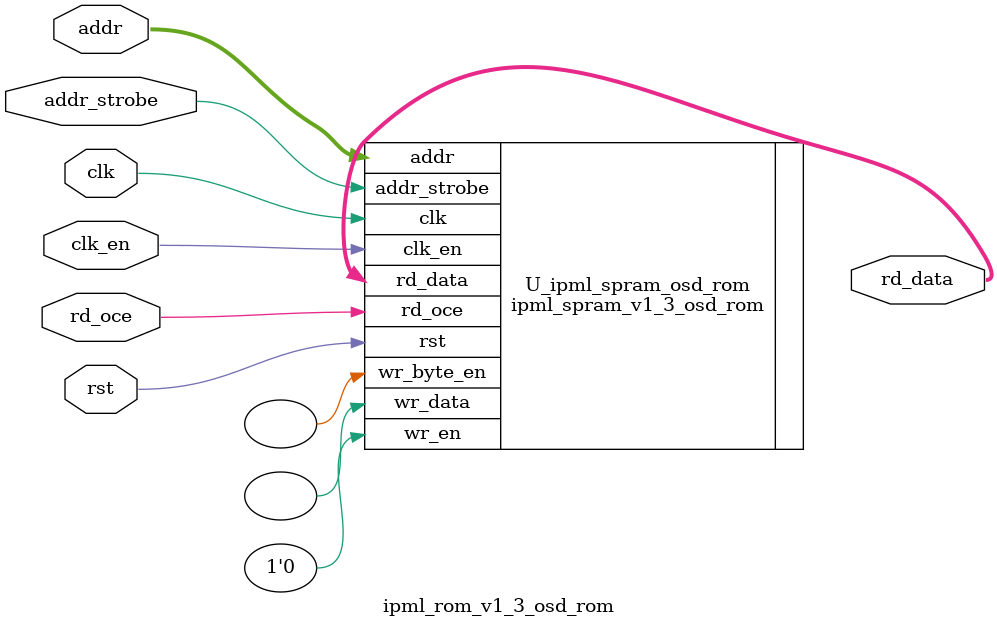
<source format=v>




module ipml_rom_v1_3_osd_rom
 #(
    parameter  c_SIM_DEVICE     = "LOGOS"      ,
    parameter  c_ADDR_WIDTH     = 10           ,           //write address width  legal value:1~20 
    parameter  c_DATA_WIDTH     = 32           ,           //write data width     legal value:8~1152
    parameter  c_OUTPUT_REG     = 0            ,           //output register      legal value:1~20
    parameter  c_RD_OCE_EN      = 0            ,
    parameter  c_CLK_EN         = 0            ,
    parameter  c_ADDR_STROBE_EN = 0            ,
    parameter  c_RESET_TYPE     = "ASYNC_RESET",           //ASYNC_RESET_SYNC_RELEASE SYNC_RESET legal valve "ASYNC_RESET_SYNC_RELEASE" "SYNC_RESET" "ASYNC_RESET"
    parameter  c_POWER_OPT      = 0            ,           //0 :normal mode  1:low power mode legal value:0 or 1
    parameter  c_CLK_OR_POL_INV = 0            ,           //clk polarity invert for output register   legal value 1 or 0           
    parameter  c_INIT_FILE      = "NONE"       ,           //legal value:"NONE" or "initial file name"
    parameter  c_INIT_FORMAT    = "BIN"                   //initial data format   legal valve: "bin" or "hex"
    
 )
  (
   
    input  wire [c_ADDR_WIDTH-1 : 0]  addr        ,
    output wire [c_DATA_WIDTH-1 : 0]  rd_data     ,
    input  wire                       clk         ,
    input  wire                       clk_en      ,
    input  wire                       addr_strobe ,
    input  wire                       rst         ,
    input  wire                       rd_oce       
  );

//**********************************************************************************************************************************************   
    
//main code
//*************************************************************************************************************************************
//inner variables

ipml_spram_v1_3_osd_rom
 #(
    .c_SIM_DEVICE     (c_SIM_DEVICE),
    .c_ADDR_WIDTH     (c_ADDR_WIDTH),           //write address width  legal value:1~20                              
    .c_DATA_WIDTH     (c_DATA_WIDTH),           //write data width     legal value:8~1152                            
    .c_OUTPUT_REG     (c_OUTPUT_REG),           //output register      legal value:1~20                              
    .c_RD_OCE_EN      (c_RD_OCE_EN),
    .c_ADDR_STROBE_EN (c_ADDR_STROBE_EN),
    .c_CLK_EN         (c_CLK_EN),
    .c_RESET_TYPE     (c_RESET_TYPE),           //legal valve "ASYNC_RESET_SYNC_RELEASE" "SYNC_RESET" "ASYNC_RESET"  
    .c_POWER_OPT      (c_POWER_OPT),            //0 :normal mode  1:low power mode legal value:0 or 1                 
    .c_CLK_OR_POL_INV (c_CLK_OR_POL_INV),       //clk polarity invert for output register legal value 1 or 0         
    .c_INIT_FILE      (c_INIT_FILE),            //legal value:"NONE" or "initial file name"                          
    .c_INIT_FORMAT    (c_INIT_FORMAT),          //initial data format   legal valve: "bin" or "hex"                  
    .c_WR_BYTE_EN     (0),                      //byte write enable    legal value: 0 or 1                            
    .c_BE_WIDTH       (8),                      //byte width legal value: 1~128
    .c_RAM_MODE       ("ROM"),
    .c_WRITE_MODE     ("NORMAL_WRITE")          //global reset enable  legal value 0 or 1                            
 )  U_ipml_spram_osd_rom                       //"NORMAL_WRITE"; // TRANSPARENT_WRITE READ_BEFORE_WRITE             
  (
   
    .addr        (addr),
    .wr_data     (),
    .rd_data     (rd_data),
    .wr_en       (1'b0),
    .clk         (clk),
    .clk_en      (clk_en),
    .addr_strobe (addr_strobe),
    .rst         (rst),
    .wr_byte_en  (),
    .rd_oce      (rd_oce) 
  );
 

endmodule


</source>
